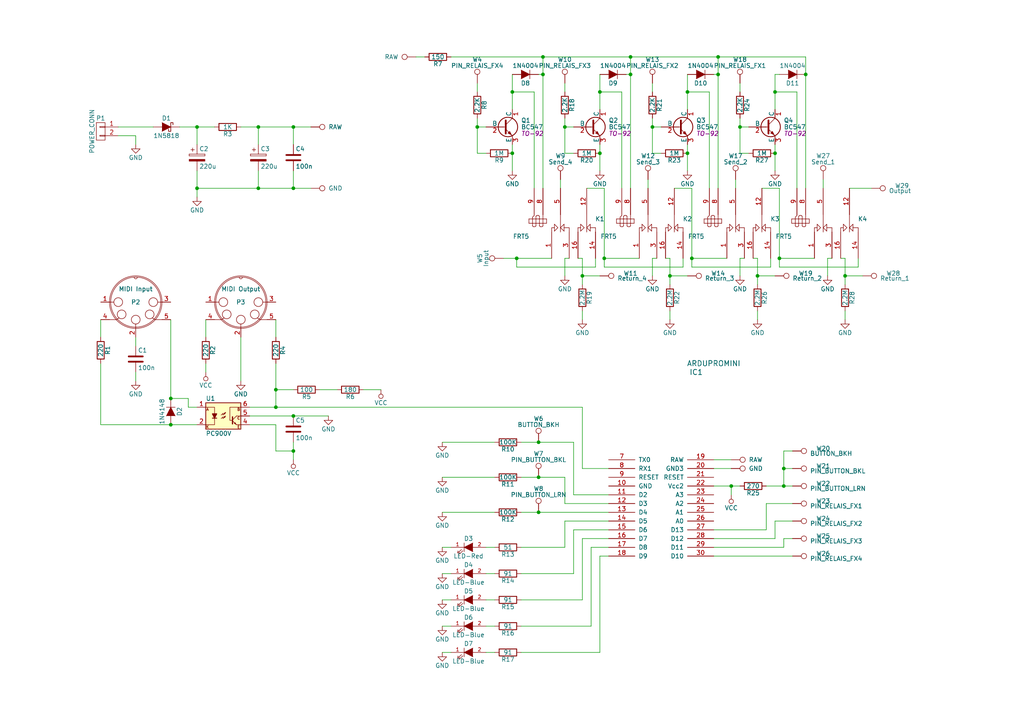
<source format=kicad_sch>
(kicad_sch (version 20230121) (generator eeschema)
  (paper "A4")
  (title_block (title "midiFxLoopExpansion") (date "2016-04-01") (rev "1.1") (company "Christian Neukam") (comment 1 "2023-09-12 (r1.1): rename pins as in software"))
  (lib_symbols
    (symbol "midiextender-rescue:ARDUPROMINI-6" (pin_names (offset 1.016))
      (property "Reference" "uP" (at -5.08 -2.54 0))
      (property "Value" "ARDUPROMINI-6" (at 0 0 0))
      (symbol "ARDUPROMINI-6_1_1"
        (pin unspecified line (at -30.48 -35.56 0) (length 7.62) (name "GND") (number "10"))
        (pin bidirectional line (at -30.48 -38.1 0) (length 7.62) (name "D2") (number "11"))
        (pin bidirectional line (at -30.48 -40.64 0) (length 7.62) (name "D3") (number "12"))
        (pin bidirectional line (at -30.48 -43.18 0) (length 7.62) (name "D4") (number "13"))
        (pin bidirectional line (at -30.48 -45.72 0) (length 7.62) (name "D5") (number "14"))
        (pin bidirectional line (at -30.48 -48.26 0) (length 7.62) (name "D6") (number "15"))
        (pin bidirectional line (at -30.48 -50.8 0) (length 7.62) (name "D7") (number "16"))
        (pin bidirectional line (at -30.48 -53.34 0) (length 7.62) (name "D8") (number "17"))
        (pin bidirectional line (at -30.48 -55.88 0) (length 7.62) (name "D9") (number "18"))
        (pin unspecified line (at 0 -27.94 180) (length 7.62) (name "RAW") (number "19"))
        (pin unspecified line (at 0 -30.48 180) (length 7.62) (name "GND3") (number "20"))
        (pin input line (at 0 -33.02 180) (length 7.62) (name "RESET") (number "21"))
        (pin unspecified line (at 0 -35.56 180) (length 7.62) (name "Vcc2") (number "22"))
        (pin bidirectional line (at 0 -38.1 180) (length 7.62) (name "A3") (number "23"))
        (pin bidirectional line (at 0 -40.64 180) (length 7.62) (name "A2") (number "24"))
        (pin bidirectional line (at 0 -43.18 180) (length 7.62) (name "A1") (number "25"))
        (pin bidirectional line (at 0 -45.72 180) (length 7.62) (name "A0") (number "26"))
        (pin bidirectional line (at 0 -48.26 180) (length 7.62) (name "D13") (number "27"))
        (pin input line (at 0 -50.8 180) (length 7.62) (name "D12") (number "28"))
        (pin bidirectional line (at 0 -53.34 180) (length 7.62) (name "D11") (number "29"))
        (pin bidirectional line (at 0 -55.88 180) (length 7.62) (name "D10") (number "30"))
        (pin bidirectional line (at -30.48 -27.94 0) (length 7.62) (name "TX0") (number "7"))
        (pin bidirectional line (at -30.48 -30.48 0) (length 7.62) (name "RX1") (number "8"))
        (pin input line (at -30.48 -33.02 0) (length 7.62) (name "RESET") (number "9"))
      )
    )
    (symbol "midiextender-rescue:BC547" (pin_names (offset 0))
      (property "Reference" "Q" (at 5.08 1.905 0))
      (property "Value" "BC547" (at 5.08 0 0))
      (property "Footprint" "TO-92" (at 5.08 -1.905 0))
      (symbol "BC547_0_1"
        (polyline (pts (xy 0 0) (xy 0.635 0)))
        (polyline (pts (xy 0.635 0.635) (xy 2.54 2.54)))
        (polyline (pts (xy 0.635 -0.635) (xy 2.54 -2.54) (xy 2.54 -2.54)))
        (polyline (pts (xy 0.635 1.905) (xy 0.635 -1.905) (xy 0.635 -1.905)) (stroke (width 0.508)))
        (polyline (pts (xy 1.27 -1.778) (xy 1.778 -1.27) (xy 2.286 -2.286) (xy 1.27 -1.778) (xy 1.27 -1.778)) (fill (type outline)))
        (circle (center 1.27 0) (radius 2.8194) (stroke (width 0.254)))
      )
      (symbol "BC547_1_1"
        (pin passive line (at 2.54 5.08 270) (length 2.54) (name "C") (number "1"))
        (pin input line (at -5.08 0 0) (length 5.08) (name "B") (number "2"))
        (pin passive line (at 2.54 -5.08 90) (length 2.54) (name "E") (number "3"))
      )
    )
    (symbol "midiextender-rescue:C" (pin_numbers hide) (pin_names (offset 0.254))
      (property "Reference" "C" (at 0.635 2.54 0))
      (property "Value" "C" (at 0.635 -2.54 0))
      (symbol "C_0_1"
        (polyline (pts (xy -2.032 -0.762) (xy 2.032 -0.762)) (stroke (width 0.508)))
        (polyline (pts (xy -2.032 0.762) (xy 2.032 0.762)) (stroke (width 0.508)))
      )
      (symbol "C_1_1"
        (pin passive line (at 0 3.81 270) (length 2.794) (name "~") (number "1"))
        (pin passive line (at 0 -3.81 90) (length 2.794) (name "~") (number "2"))
      )
    )
    (symbol "midiextender-rescue:CONN_01X02" (pin_names (offset 1.016) hide)
      (property "Reference" "P" (at 0 3.81 0))
      (property "Value" "CONN_01X02" (at 2.54 0 90))
      (symbol "CONN_01X02_0_1"
        (rectangle (start -1.27 -1.143) (end 0.254 -1.397))
        (rectangle (start -1.27 1.397) (end 0.254 1.143))
        (rectangle (start -1.27 2.54) (end 1.27 -2.54))
      )
      (symbol "CONN_01X02_1_1"
        (pin passive line (at -5.08 1.27 0) (length 3.81) (name "P1") (number "1"))
        (pin passive line (at -5.08 -1.27 0) (length 3.81) (name "P2") (number "2"))
      )
    )
    (symbol "midiextender-rescue:CP" (pin_numbers hide) (pin_names (offset 0.254))
      (property "Reference" "C" (at 0.635 2.54 0))
      (property "Value" "CP" (at 0.635 -2.54 0))
      (symbol "CP_0_1"
        (rectangle (start -2.286 0.508) (end -2.286 1.016))
        (rectangle (start -2.286 0.508) (end 2.286 0.508))
        (polyline (pts (xy -1.778 2.286) (xy -0.762 2.286)))
        (polyline (pts (xy -1.27 2.794) (xy -1.27 1.778)))
        (rectangle (start 2.286 -0.508) (end -2.286 -1.016) (fill (type outline)))
        (rectangle (start 2.286 1.016) (end -2.286 1.016))
        (rectangle (start 2.286 1.016) (end 2.286 0.508))
      )
      (symbol "CP_1_1"
        (pin passive line (at 0 3.81 270) (length 2.794) (name "~") (number "1"))
        (pin passive line (at 0 -3.81 90) (length 2.794) (name "~") (number "2"))
      )
    )
    (symbol "midiextender-rescue:D" (pin_numbers hide) (pin_names (offset 1.016) hide)
      (property "Reference" "D" (at 0 2.54 0))
      (property "Value" "D" (at 0 -2.54 0))
      (symbol "D_0_1"
        (polyline (pts (xy -1.27 1.27) (xy -1.27 -1.27)) (stroke (width 0.1524)))
        (polyline (pts (xy 1.27 1.27) (xy -1.27 0) (xy 1.27 -1.27)) (fill (type outline)))
      )
      (symbol "D_1_1"
        (pin passive line (at -3.81 0 0) (length 2.54) (name "K") (number "1"))
        (pin passive line (at 3.81 0 180) (length 2.54) (name "A") (number "2"))
      )
    )
    (symbol "midiextender-rescue:DIN_5" (pin_names (offset 1.016) hide)
      (property "Reference" "P" (at 0 0 0))
      (property "Value" "DIN_5" (at 0 -3.81 0))
      (symbol "DIN_5_0_1"
        (circle (center -5.08 0) (radius 1.27))
        (circle (center -4.0894 3.556) (radius 1.27))
        (polyline (pts (xy -7.62 5.08) (xy -5.588 5.08)))
        (polyline (pts (xy -6.35 0) (xy -7.62 0)))
        (polyline (pts (xy -5.588 5.08) (xy -4.826 4.572)))
        (polyline (pts (xy 0 6.35) (xy 0 7.62)))
        (polyline (pts (xy 5.5626 5.08) (xy 4.826 4.572)))
        (polyline (pts (xy 6.35 0) (xy 7.62 0)))
        (polyline (pts (xy 7.62 5.08) (xy 5.5626 5.08)))
        (circle (center 0 0) (radius 7.2644))
        (circle (center 0 0) (radius 7.62))
        (circle (center 0 5.08) (radius 1.27))
        (arc (start 0.4572 -7.2136) (mid 0 -6.7583) (end -0.4572 -7.2136))
        (circle (center 4.0386 3.556) (radius 1.27))
        (circle (center 5.08 0) (radius 1.27))
      )
      (symbol "DIN_5_1_1"
        (pin passive line (at -10.16 0 0) (length 2.54) (name "1") (number "1"))
        (pin passive line (at 0 10.16 270) (length 2.54) (name "2") (number "2"))
        (pin passive line (at 10.16 0 180) (length 2.54) (name "3") (number "3"))
        (pin passive line (at -10.16 5.08 0) (length 2.54) (name "4") (number "4"))
        (pin passive line (at 10.16 5.08 180) (length 2.54) (name "5") (number "5"))
      )
    )
    (symbol "midiextender-rescue:D_Schottky" (pin_numbers hide) (pin_names (offset 1.016) hide)
      (property "Reference" "D" (at 0 2.54 0))
      (property "Value" "D_Schottky" (at 0 -2.54 0))
      (symbol "D_Schottky_0_1"
        (polyline (pts (xy 1.27 1.27) (xy -1.27 0) (xy 1.27 -1.27)) (fill (type outline)))
        (polyline (pts (xy -1.905 0.635) (xy -1.905 1.27) (xy -1.27 1.27) (xy -1.27 -1.27) (xy -0.635 -1.27) (xy -0.635 -0.635)) (stroke (width 0.2032)))
      )
      (symbol "D_Schottky_1_1"
        (pin passive line (at -3.81 0 0) (length 2.54) (name "K") (number "1"))
        (pin passive line (at 3.81 0 180) (length 2.54) (name "A") (number "2"))
      )
    )
    (symbol "midiextender-rescue:GND" (power) (pin_names (offset 0))
      (property "Value" "GND" (at 0 -3.81 0))
      (symbol "GND_0_1"
        (polyline (pts (xy 0 0) (xy 0 -1.27) (xy 1.27 -1.27) (xy 0 -2.54) (xy -1.27 -1.27) (xy 0 -1.27)))
      )
      (symbol "GND_1_1"
        (pin power_in line (at 0 0 270) (length 0) hide (name "GND") (number "1"))
      )
    )
    (symbol "midiextender-rescue:LED" (pin_names (offset 1.016) hide)
      (property "Reference" "D" (at 0 2.54 0))
      (property "Value" "LED" (at 0 -2.54 0))
      (symbol "LED_0_1"
        (polyline (pts (xy -1.27 1.27) (xy -1.27 -1.27)))
        (polyline (pts (xy -2.032 -0.635) (xy -3.175 -1.651) (xy -3.048 -1.016)))
        (polyline (pts (xy -1.651 -1.016) (xy -2.794 -2.032) (xy -2.667 -1.397)))
        (polyline (pts (xy 1.27 1.27) (xy -1.27 0) (xy 1.27 -1.27)) (fill (type outline)))
      )
      (symbol "LED_1_1"
        (pin passive line (at -5.08 0 0) (length 3.81) (name "K") (number "1"))
        (pin passive line (at 5.08 0 180) (length 3.81) (name "A") (number "2"))
      )
    )
    (symbol "midiextender-rescue:OPTO-TRANSISTOR" (pin_names (offset 1.016))
      (property "Reference" "U" (at -5.08 5.08 0))
      (property "Value" "OPTO-TRANSISTOR" (at -5.08 -5.08 0))
      (symbol "OPTO-TRANSISTOR_0_0"
        (text "A" (at -4.572 1.905 0) (effects (font (size 0.762 0.762))))
        (text "B" (at 4.445 1.905 0) (effects (font (size 0.762 0.762))))
        (text "C" (at 4.445 -0.635 0) (effects (font (size 0.762 0.762))))
        (text "E" (at 4.445 -3.175 0) (effects (font (size 0.762 0.762))))
        (text "K" (at -4.572 -3.175 0) (effects (font (size 0.762 0.762))))
      )
      (symbol "OPTO-TRANSISTOR_0_1"
        (rectangle (start -5.08 3.81) (end 5.08 -3.81) (stroke (width 0.254)) (fill (type background)))
        (polyline (pts (xy -3.175 -0.635) (xy -1.905 -0.635)) (stroke (width 0.254)))
        (polyline (pts (xy 2.667 -1.397) (xy 3.81 -2.54)))
        (polyline (pts (xy 2.667 -1.143) (xy 3.81 0)))
        (polyline (pts (xy 3.81 -2.54) (xy 5.08 -2.54)))
        (polyline (pts (xy 3.81 0) (xy 5.08 0)))
        (polyline (pts (xy 2.667 -0.254) (xy 2.667 -2.286) (xy 2.667 -2.286)) (stroke (width 0.3556)))
        (polyline (pts (xy -5.08 -2.54) (xy -2.54 -2.54) (xy -2.54 2.54) (xy -5.08 2.54)))
        (polyline (pts (xy -2.54 -0.635) (xy -3.175 0.635) (xy -1.905 0.635) (xy -2.54 -0.635)) (stroke (width 0.254)) (fill (type outline)))
        (polyline (pts (xy -0.635 0.254) (xy -0.1016 0.762) (xy -0.1016 0.254) (xy 0.6604 1.016)))
        (polyline (pts (xy 0.6604 1.016) (xy 0.1524 0.762) (xy 0.4064 0.508) (xy 0.6604 1.016)))
        (polyline (pts (xy 3.683 -2.413) (xy 3.429 -1.905) (xy 3.175 -2.159) (xy 3.683 -2.413)))
        (polyline (pts (xy 5.08 2.54) (xy 1.905 2.54) (xy 1.905 -1.27) (xy 2.54 -1.27)))
        (polyline (pts (xy -0.635 -0.762) (xy -0.1016 -0.254) (xy -0.1016 -0.762) (xy 0.6604 0) (xy 0.1524 -0.254) (xy 0.4064 -0.508) (xy 0.6604 0)))
      )
      (symbol "OPTO-TRANSISTOR_1_1"
        (pin passive line (at -7.62 2.54 0) (length 2.54) (name "~") (number "1"))
        (pin passive line (at -7.62 -2.54 0) (length 2.54) (name "~") (number "2"))
        (pin passive line (at 7.62 -2.54 180) (length 2.54) (name "~") (number "4"))
        (pin passive line (at 7.62 0 180) (length 2.54) (name "~") (number "5"))
        (pin passive line (at 7.62 2.54 180) (length 2.54) (name "~") (number "6"))
      )
    )
    (symbol "midiextender-rescue:R" (pin_numbers hide) (pin_names (offset 0))
      (property "Reference" "R" (at 2.032 0 90))
      (property "Value" "R" (at 0 0 90))
      (symbol "R_0_1"
        (rectangle (start -1.016 -2.54) (end 1.016 2.54) (stroke (width 0.254)))
      )
      (symbol "R_1_1"
        (pin passive line (at 0 3.81 270) (length 1.27) (name "~") (number "1"))
        (pin passive line (at 0 -3.81 90) (length 1.27) (name "~") (number "2"))
      )
    )
    (symbol "midiextender-rescue:RELAY_2RT" (pin_names (offset 1.016) hide)
      (property "Reference" "K" (at -1.27 10.16 0))
      (property "Value" "RELAY_2RT" (at 3.81 -12.7 0))
      (symbol "RELAY_2RT_0_1"
        (polyline (pts (xy -2.54 -8.89) (xy -2.286 -8.89)))
        (polyline (pts (xy -2.54 -6.35) (xy -1.27 -6.35)))
        (polyline (pts (xy -2.54 -1.27) (xy 1.27 -1.27)))
        (polyline (pts (xy -2.286 -8.89) (xy -1.778 -9.3726)))
        (polyline (pts (xy -2.286 -8.1026) (xy -2.286 -7.62)))
        (polyline (pts (xy -2.032 -8.382) (xy -2.286 -8.1026)))
        (polyline (pts (xy -2.032 -7.366) (xy -2.286 -7.62)))
        (polyline (pts (xy -1.778 -9.3726) (xy -1.27 -9.3726)))
        (polyline (pts (xy -1.27 -10.414) (xy -1.27 -5.3086)))
        (polyline (pts (xy -1.27 -8.382) (xy -2.032 -8.382)))
        (polyline (pts (xy -1.27 -8.382) (xy 0 -8.382)))
        (polyline (pts (xy -1.27 -7.366) (xy -2.032 -7.366)))
        (polyline (pts (xy -1.27 -6.35) (xy 0 -6.35)))
        (polyline (pts (xy -1.27 -5.3086) (xy 0 -5.3086)))
        (polyline (pts (xy 0 -10.414) (xy -1.27 -10.414)))
        (polyline (pts (xy 0 -9.3726) (xy -1.27 -9.3726)))
        (polyline (pts (xy 0 -9.3726) (xy 0.7366 -9.3726)))
        (polyline (pts (xy 0 -8.382) (xy 0.7366 -8.382)))
        (polyline (pts (xy 0 -7.366) (xy -1.27 -7.366)))
        (polyline (pts (xy 0 -7.366) (xy 0.7366 -7.366)))
        (polyline (pts (xy 0 -6.35) (xy 0.7366 -6.35)))
        (polyline (pts (xy 0 -5.3086) (xy 0 -10.414)))
        (polyline (pts (xy 0.254 -3.0226) (xy 2.2606 -3.0226)))
        (polyline (pts (xy 0.254 -0.2286) (xy 2.2606 -0.2286)))
        (polyline (pts (xy 0.254 4.572) (xy 1.27 5.6134)))
        (polyline (pts (xy 0.254 7.366) (xy 0.9906 7.366)))
        (polyline (pts (xy 0.7366 -9.3726) (xy 0.9906 -9.144)))
        (polyline (pts (xy 0.7366 -8.382) (xy 0.9906 -8.636)))
        (polyline (pts (xy 0.7366 -7.366) (xy 0.9906 -7.112)))
        (polyline (pts (xy 0.7366 -6.35) (xy 0.9906 -6.5786)))
        (polyline (pts (xy 0.9906 -9.144) (xy 0.9906 -8.636)))
        (polyline (pts (xy 0.9906 -6.5786) (xy 0.9906 -7.112)))
        (polyline (pts (xy 0.9906 6.6294) (xy 0.254 7.366)))
        (polyline (pts (xy 0.9906 6.6294) (xy 1.27 6.35)))
        (polyline (pts (xy 0.9906 7.366) (xy 2.2606 7.366)))
        (polyline (pts (xy 1.27 -3.81) (xy 1.27 -3.302)))
        (polyline (pts (xy 1.27 -3.302) (xy 1.27 -3.0226)))
        (polyline (pts (xy 1.27 -2.032) (xy 0.254 -3.0226)))
        (polyline (pts (xy 1.27 -1.27) (xy 0.254 -0.2286)))
        (polyline (pts (xy 1.27 -1.27) (xy 2.54 -1.27)))
        (polyline (pts (xy 1.27 1.27) (xy 1.27 -0.2286)))
        (polyline (pts (xy 1.27 1.27) (xy 2.54 1.27)))
        (polyline (pts (xy 1.27 3.81) (xy 1.27 4.572)))
        (polyline (pts (xy 1.27 3.81) (xy 2.54 3.81)))
        (polyline (pts (xy 1.27 5.6134) (xy 2.2606 4.572)))
        (polyline (pts (xy 1.27 6.35) (xy -2.54 6.35)))
        (polyline (pts (xy 1.27 6.35) (xy 1.524 6.35)))
        (polyline (pts (xy 1.27 8.89) (xy 1.27 7.366)))
        (polyline (pts (xy 1.27 8.89) (xy 2.54 8.89)))
        (polyline (pts (xy 1.524 6.35) (xy 2.54 6.35)))
        (polyline (pts (xy 2.2606 -3.0226) (xy 1.27 -2.032)))
        (polyline (pts (xy 2.2606 -0.2286) (xy 1.27 -1.27)))
        (polyline (pts (xy 2.2606 4.572) (xy 0.254 4.572)))
        (polyline (pts (xy 2.2606 7.366) (xy 1.27 6.35)))
        (polyline (pts (xy 2.54 -3.81) (xy 1.27 -3.81)))
      )
      (symbol "RELAY_2RT_1_1"
        (pin passive line (at 10.16 -3.81 180) (length 7.62) (name "T1") (number "1"))
        (pin passive line (at -10.16 6.35 0) (length 7.62) (name "C2") (number "12"))
        (pin passive line (at 10.16 8.89 180) (length 7.62) (name "R2") (number "14"))
        (pin passive line (at 10.16 3.81 180) (length 7.62) (name "T2") (number "16"))
        (pin passive line (at 10.16 1.27 180) (length 7.62) (name "R1") (number "3"))
        (pin passive line (at -10.16 -1.27 0) (length 7.62) (name "C1") (number "5"))
        (pin input line (at -10.16 -6.35 0) (length 7.62) (name "8") (number "8"))
        (pin input line (at -10.16 -8.89 0) (length 7.62) (name "9") (number "9"))
      )
    )
    (symbol "midiextender-rescue:TEST_1P" (pin_numbers hide) (pin_names (offset 0.762) hide)
      (property "Reference" "W" (at 0 6.858 0))
      (property "Value" "TEST_1P" (at 0 5.08 0))
      (symbol "TEST_1P_0_1"
        (circle (center 0 3.302) (radius 0.762))
      )
      (symbol "TEST_1P_1_1"
        (pin passive line (at 0 0 90) (length 2.54) (name "1") (number "1"))
      )
    )
    (symbol "midiextender-rescue:VCC" (power) (pin_names (offset 0))
      (property "Value" "VCC" (at 0 3.81 0))
      (symbol "VCC_0_1"
        (polyline (pts (xy 0 0) (xy 0 1.27)))
        (circle (center 0 1.905) (radius 0.635))
      )
      (symbol "VCC_1_1"
        (pin power_in line (at 0 0 90) (length 0) hide (name "VCC") (number "1"))
      )
    )
  )
  (junction (at 57.15 54.61))
  (junction (at 199.39 26.67))
  (junction (at 208.28 16.51))
  (junction (at 182.88 16.51))
  (junction (at 85.09 54.61))
  (junction (at 49.53 115.57))
  (junction (at 175.26 74.93))
  (junction (at 138.43 36.83))
  (junction (at 173.99 26.67))
  (junction (at 200.66 74.93))
  (junction (at 214.63 36.83))
  (junction (at 194.31 80.01))
  (junction (at 173.99 44.45))
  (junction (at 226.06 74.93))
  (junction (at 80.01 118.11))
  (junction (at 189.23 36.83))
  (junction (at 224.79 26.67))
  (junction (at 74.93 36.83))
  (junction (at 219.71 80.01))
  (junction (at 80.01 113.03))
  (junction (at 163.83 36.83))
  (junction (at 199.39 44.45))
  (junction (at 208.28 21.59))
  (junction (at 227.33 135.89))
  (junction (at 156.21 128.27))
  (junction (at 233.68 21.59))
  (junction (at 168.91 80.01))
  (junction (at 85.09 130.81))
  (junction (at 182.88 21.59))
  (junction (at 227.33 140.97))
  (junction (at 149.86 74.93))
  (junction (at 157.48 21.59))
  (junction (at 148.59 26.67))
  (junction (at 212.09 140.97))
  (junction (at 49.53 123.19))
  (junction (at 85.09 120.65))
  (junction (at 57.15 36.83))
  (junction (at 156.21 138.43))
  (junction (at 224.79 44.45))
  (junction (at 156.21 148.59))
  (junction (at 157.48 16.51))
  (junction (at 85.09 36.83))
  (junction (at 148.59 44.45))
  (junction (at 74.93 54.61))
  (junction (at 245.11 80.01))
  (wire (pts (xy 226.06 77.47) (xy 248.92 77.47)))
  (wire (pts (xy 245.11 74.93) (xy 245.11 80.01)))
  (wire (pts (xy 143.51 148.59) (xy 128.27 148.59)))
  (wire (pts (xy 173.99 189.23) (xy 151.13 189.23)))
  (wire (pts (xy 163.83 74.93) (xy 163.83 80.01)))
  (wire (pts (xy 243.84 74.93) (xy 245.11 74.93)))
  (wire (pts (xy 39.37 107.95) (xy 39.37 110.49)))
  (wire (pts (xy 151.13 148.59) (xy 156.21 148.59)))
  (wire (pts (xy 207.01 135.89) (xy 212.09 135.89)))
  (wire (pts (xy 72.39 118.11) (xy 80.01 118.11)))
  (wire (pts (xy 227.33 130.81) (xy 229.87 130.81)))
  (wire (pts (xy 140.97 158.75) (xy 143.51 158.75)))
  (wire (pts (xy 49.53 92.71) (xy 49.53 115.57)))
  (wire (pts (xy 207.01 133.35) (xy 212.09 133.35)))
  (wire (pts (xy 194.31 74.93) (xy 194.31 80.01)))
  (wire (pts (xy 189.23 44.45) (xy 191.77 44.45)))
  (wire (pts (xy 80.01 92.71) (xy 80.01 97.79)))
  (wire (pts (xy 175.26 74.93) (xy 185.42 74.93)))
  (wire (pts (xy 163.83 36.83) (xy 163.83 44.45)))
  (wire (pts (xy 163.83 24.13) (xy 163.83 26.67)))
  (wire (pts (xy 214.63 74.93) (xy 214.63 80.01)))
  (wire (pts (xy 92.71 113.03) (xy 97.79 113.03)))
  (wire (pts (xy 80.01 113.03) (xy 80.01 118.11)))
  (wire (pts (xy 224.79 26.67) (xy 224.79 31.75)))
  (wire (pts (xy 189.23 36.83) (xy 191.77 36.83)))
  (wire (pts (xy 166.37 143.51) (xy 176.53 143.51)))
  (wire (pts (xy 233.68 16.51) (xy 233.68 21.59)))
  (wire (pts (xy 29.21 123.19) (xy 49.53 123.19)))
  (wire (pts (xy 130.81 16.51) (xy 157.48 16.51)))
  (wire (pts (xy 138.43 24.13) (xy 138.43 26.67)))
  (wire (pts (xy 156.21 138.43) (xy 163.83 138.43)))
  (wire (pts (xy 224.79 151.13) (xy 224.79 156.21)))
  (wire (pts (xy 57.15 49.53) (xy 57.15 54.61)))
  (wire (pts (xy 146.05 74.93) (xy 149.86 74.93)))
  (wire (pts (xy 215.9 74.93) (xy 214.63 74.93)))
  (wire (pts (xy 222.25 140.97) (xy 227.33 140.97)))
  (wire (pts (xy 74.93 54.61) (xy 74.93 49.53)))
  (wire (pts (xy 200.66 74.93) (xy 200.66 77.47)))
  (wire (pts (xy 39.37 39.37) (xy 39.37 41.91)))
  (wire (pts (xy 157.48 21.59) (xy 157.48 54.61)))
  (wire (pts (xy 227.33 135.89) (xy 229.87 135.89)))
  (wire (pts (xy 194.31 80.01) (xy 194.31 82.55)))
  (wire (pts (xy 222.25 146.05) (xy 222.25 153.67)))
  (wire (pts (xy 39.37 97.79) (xy 39.37 100.33)))
  (wire (pts (xy 105.41 113.03) (xy 110.49 113.03)))
  (wire (pts (xy 72.39 123.19) (xy 80.01 123.19)))
  (wire (pts (xy 140.97 166.37) (xy 143.51 166.37)))
  (wire (pts (xy 57.15 54.61) (xy 57.15 57.15)))
  (wire (pts (xy 208.28 16.51) (xy 208.28 21.59)))
  (wire (pts (xy 168.91 74.93) (xy 168.91 80.01)))
  (wire (pts (xy 208.28 21.59) (xy 208.28 54.61)))
  (wire (pts (xy 54.61 115.57) (xy 54.61 118.11)))
  (wire (pts (xy 212.09 143.51) (xy 212.09 140.97)))
  (wire (pts (xy 208.28 16.51) (xy 233.68 16.51)))
  (wire (pts (xy 80.01 123.19) (xy 80.01 130.81)))
  (wire (pts (xy 180.34 26.67) (xy 180.34 54.61)))
  (wire (pts (xy 224.79 156.21) (xy 207.01 156.21)))
  (wire (pts (xy 165.1 74.93) (xy 163.83 74.93)))
  (wire (pts (xy 182.88 21.59) (xy 182.88 54.61)))
  (wire (pts (xy 231.14 26.67) (xy 231.14 54.61)))
  (wire (pts (xy 49.53 115.57) (xy 54.61 115.57)))
  (wire (pts (xy 173.99 41.91) (xy 173.99 44.45)))
  (wire (pts (xy 80.01 105.41) (xy 80.01 113.03)))
  (wire (pts (xy 224.79 21.59) (xy 224.79 26.67)))
  (wire (pts (xy 140.97 181.61) (xy 143.51 181.61)))
  (wire (pts (xy 170.18 54.61) (xy 175.26 54.61)))
  (wire (pts (xy 29.21 92.71) (xy 29.21 97.79)))
  (wire (pts (xy 227.33 130.81) (xy 227.33 135.89)))
  (wire (pts (xy 187.96 52.07) (xy 187.96 54.61)))
  (wire (pts (xy 140.97 173.99) (xy 143.51 173.99)))
  (wire (pts (xy 233.68 21.59) (xy 233.68 54.61)))
  (wire (pts (xy 34.29 36.83) (xy 44.45 36.83)))
  (wire (pts (xy 128.27 173.99) (xy 130.81 173.99)))
  (wire (pts (xy 162.56 52.07) (xy 162.56 54.61)))
  (wire (pts (xy 166.37 128.27) (xy 166.37 143.51)))
  (wire (pts (xy 181.61 21.59) (xy 182.88 21.59)))
  (wire (pts (xy 85.09 130.81) (xy 85.09 133.35)))
  (wire (pts (xy 227.33 135.89) (xy 227.33 140.97)))
  (wire (pts (xy 213.36 52.07) (xy 213.36 54.61)))
  (wire (pts (xy 223.52 77.47) (xy 223.52 74.93)))
  (wire (pts (xy 229.87 161.29) (xy 207.01 161.29)))
  (wire (pts (xy 224.79 26.67) (xy 231.14 26.67)))
  (wire (pts (xy 175.26 77.47) (xy 198.12 77.47)))
  (wire (pts (xy 166.37 166.37) (xy 151.13 166.37)))
  (wire (pts (xy 238.76 52.07) (xy 238.76 54.61)))
  (wire (pts (xy 148.59 21.59) (xy 148.59 26.67)))
  (wire (pts (xy 166.37 153.67) (xy 176.53 153.67)))
  (wire (pts (xy 224.79 44.45) (xy 224.79 49.53)))
  (wire (pts (xy 128.27 189.23) (xy 130.81 189.23)))
  (wire (pts (xy 173.99 26.67) (xy 173.99 31.75)))
  (wire (pts (xy 200.66 74.93) (xy 210.82 74.93)))
  (wire (pts (xy 80.01 113.03) (xy 85.09 113.03)))
  (wire (pts (xy 128.27 158.75) (xy 130.81 158.75)))
  (wire (pts (xy 246.38 54.61) (xy 252.73 54.61)))
  (wire (pts (xy 167.64 74.93) (xy 168.91 74.93)))
  (wire (pts (xy 171.45 181.61) (xy 151.13 181.61)))
  (wire (pts (xy 226.06 54.61) (xy 226.06 74.93)))
  (wire (pts (xy 138.43 44.45) (xy 140.97 44.45)))
  (wire (pts (xy 245.11 80.01) (xy 250.19 80.01)))
  (wire (pts (xy 149.86 77.47) (xy 172.72 77.47)))
  (wire (pts (xy 182.88 16.51) (xy 182.88 21.59)))
  (wire (pts (xy 166.37 166.37) (xy 166.37 153.67)))
  (wire (pts (xy 214.63 34.29) (xy 214.63 36.83)))
  (wire (pts (xy 148.59 26.67) (xy 148.59 31.75)))
  (wire (pts (xy 85.09 54.61) (xy 90.17 54.61)))
  (wire (pts (xy 149.86 74.93) (xy 149.86 77.47)))
  (wire (pts (xy 163.83 34.29) (xy 163.83 36.83)))
  (wire (pts (xy 199.39 41.91) (xy 199.39 44.45)))
  (wire (pts (xy 85.09 41.91) (xy 85.09 36.83)))
  (wire (pts (xy 74.93 54.61) (xy 85.09 54.61)))
  (wire (pts (xy 168.91 118.11) (xy 168.91 135.89)))
  (wire (pts (xy 173.99 161.29) (xy 176.53 161.29)))
  (wire (pts (xy 168.91 90.17) (xy 168.91 92.71)))
  (wire (pts (xy 220.98 54.61) (xy 226.06 54.61)))
  (wire (pts (xy 168.91 156.21) (xy 176.53 156.21)))
  (wire (pts (xy 85.09 120.65) (xy 95.25 120.65)))
  (wire (pts (xy 193.04 74.93) (xy 194.31 74.93)))
  (wire (pts (xy 140.97 189.23) (xy 143.51 189.23)))
  (wire (pts (xy 148.59 44.45) (xy 148.59 49.53)))
  (wire (pts (xy 175.26 74.93) (xy 175.26 77.47)))
  (wire (pts (xy 226.06 21.59) (xy 224.79 21.59)))
  (wire (pts (xy 199.39 26.67) (xy 205.74 26.67)))
  (wire (pts (xy 163.83 138.43) (xy 163.83 146.05)))
  (wire (pts (xy 219.71 80.01) (xy 219.71 82.55)))
  (wire (pts (xy 214.63 24.13) (xy 214.63 26.67)))
  (wire (pts (xy 128.27 166.37) (xy 130.81 166.37)))
  (wire (pts (xy 199.39 21.59) (xy 199.39 26.67)))
  (wire (pts (xy 207.01 21.59) (xy 208.28 21.59)))
  (wire (pts (xy 34.29 39.37) (xy 39.37 39.37)))
  (wire (pts (xy 80.01 118.11) (xy 168.91 118.11)))
  (wire (pts (xy 168.91 173.99) (xy 151.13 173.99)))
  (wire (pts (xy 198.12 77.47) (xy 198.12 74.93)))
  (wire (pts (xy 240.03 74.93) (xy 240.03 80.01)))
  (wire (pts (xy 69.85 97.79) (xy 69.85 110.49)))
  (wire (pts (xy 128.27 181.61) (xy 130.81 181.61)))
  (wire (pts (xy 85.09 128.27) (xy 85.09 130.81)))
  (wire (pts (xy 85.09 54.61) (xy 85.09 49.53)))
  (wire (pts (xy 229.87 146.05) (xy 222.25 146.05)))
  (wire (pts (xy 205.74 26.67) (xy 205.74 54.61)))
  (wire (pts (xy 229.87 156.21) (xy 227.33 156.21)))
  (wire (pts (xy 189.23 36.83) (xy 189.23 44.45)))
  (wire (pts (xy 200.66 54.61) (xy 200.66 74.93)))
  (wire (pts (xy 52.07 36.83) (xy 57.15 36.83)))
  (wire (pts (xy 156.21 148.59) (xy 176.53 148.59)))
  (wire (pts (xy 214.63 44.45) (xy 217.17 44.45)))
  (wire (pts (xy 59.69 105.41) (xy 59.69 107.95)))
  (wire (pts (xy 163.83 36.83) (xy 166.37 36.83)))
  (wire (pts (xy 189.23 34.29) (xy 189.23 36.83)))
  (wire (pts (xy 29.21 105.41) (xy 29.21 123.19)))
  (wire (pts (xy 57.15 36.83) (xy 62.23 36.83)))
  (wire (pts (xy 226.06 74.93) (xy 226.06 77.47)))
  (wire (pts (xy 189.23 74.93) (xy 189.23 80.01)))
  (wire (pts (xy 57.15 54.61) (xy 74.93 54.61)))
  (wire (pts (xy 219.71 80.01) (xy 224.79 80.01)))
  (wire (pts (xy 143.51 128.27) (xy 128.27 128.27)))
  (wire (pts (xy 163.83 44.45) (xy 166.37 44.45)))
  (wire (pts (xy 151.13 128.27) (xy 156.21 128.27)))
  (wire (pts (xy 173.99 189.23) (xy 173.99 161.29)))
  (wire (pts (xy 74.93 36.83) (xy 85.09 36.83)))
  (wire (pts (xy 163.83 146.05) (xy 176.53 146.05)))
  (wire (pts (xy 229.87 151.13) (xy 224.79 151.13)))
  (wire (pts (xy 173.99 44.45) (xy 173.99 49.53)))
  (wire (pts (xy 148.59 26.67) (xy 154.94 26.67)))
  (wire (pts (xy 57.15 36.83) (xy 57.15 41.91)))
  (wire (pts (xy 80.01 130.81) (xy 85.09 130.81)))
  (wire (pts (xy 226.06 74.93) (xy 236.22 74.93)))
  (wire (pts (xy 54.61 118.11) (xy 57.15 118.11)))
  (wire (pts (xy 149.86 74.93) (xy 160.02 74.93)))
  (wire (pts (xy 219.71 74.93) (xy 219.71 80.01)))
  (wire (pts (xy 163.83 158.75) (xy 163.83 151.13)))
  (wire (pts (xy 143.51 138.43) (xy 128.27 138.43)))
  (wire (pts (xy 200.66 77.47) (xy 223.52 77.47)))
  (wire (pts (xy 163.83 151.13) (xy 176.53 151.13)))
  (wire (pts (xy 168.91 80.01) (xy 168.91 82.55)))
  (wire (pts (xy 241.3 74.93) (xy 240.03 74.93)))
  (wire (pts (xy 218.44 74.93) (xy 219.71 74.93)))
  (wire (pts (xy 69.85 36.83) (xy 74.93 36.83)))
  (wire (pts (xy 168.91 135.89) (xy 176.53 135.89)))
  (wire (pts (xy 194.31 90.17) (xy 194.31 92.71)))
  (wire (pts (xy 224.79 41.91) (xy 224.79 44.45)))
  (wire (pts (xy 72.39 120.65) (xy 85.09 120.65)))
  (wire (pts (xy 245.11 90.17) (xy 245.11 92.71)))
  (wire (pts (xy 168.91 80.01) (xy 173.99 80.01)))
  (wire (pts (xy 214.63 36.83) (xy 217.17 36.83)))
  (wire (pts (xy 227.33 156.21) (xy 227.33 158.75)))
  (wire (pts (xy 248.92 77.47) (xy 248.92 74.93)))
  (wire (pts (xy 214.63 36.83) (xy 214.63 44.45)))
  (wire (pts (xy 138.43 34.29) (xy 138.43 36.83)))
  (wire (pts (xy 199.39 26.67) (xy 199.39 31.75)))
  (wire (pts (xy 171.45 181.61) (xy 171.45 158.75)))
  (wire (pts (xy 157.48 16.51) (xy 182.88 16.51)))
  (wire (pts (xy 138.43 36.83) (xy 138.43 44.45)))
  (wire (pts (xy 74.93 36.83) (xy 74.93 41.91)))
  (wire (pts (xy 154.94 26.67) (xy 154.94 54.61)))
  (wire (pts (xy 189.23 24.13) (xy 189.23 26.67)))
  (wire (pts (xy 222.25 153.67) (xy 207.01 153.67)))
  (wire (pts (xy 120.65 16.51) (xy 123.19 16.51)))
  (wire (pts (xy 227.33 158.75) (xy 207.01 158.75)))
  (wire (pts (xy 85.09 36.83) (xy 90.17 36.83)))
  (wire (pts (xy 227.33 140.97) (xy 229.87 140.97)))
  (wire (pts (xy 156.21 21.59) (xy 157.48 21.59)))
  (wire (pts (xy 190.5 74.93) (xy 189.23 74.93)))
  (wire (pts (xy 173.99 21.59) (xy 173.99 26.67)))
  (wire (pts (xy 219.71 90.17) (xy 219.71 92.71)))
  (wire (pts (xy 138.43 36.83) (xy 140.97 36.83)))
  (wire (pts (xy 195.58 54.61) (xy 200.66 54.61)))
  (wire (pts (xy 156.21 128.27) (xy 166.37 128.27)))
  (wire (pts (xy 212.09 140.97) (xy 214.63 140.97)))
  (wire (pts (xy 207.01 140.97) (xy 212.09 140.97)))
  (wire (pts (xy 245.11 80.01) (xy 245.11 82.55)))
  (wire (pts (xy 175.26 54.61) (xy 175.26 74.93)))
  (wire (pts (xy 194.31 80.01) (xy 199.39 80.01)))
  (wire (pts (xy 172.72 77.47) (xy 172.72 74.93)))
  (wire (pts (xy 59.69 92.71) (xy 59.69 97.79)))
  (wire (pts (xy 168.91 173.99) (xy 168.91 156.21)))
  (wire (pts (xy 148.59 41.91) (xy 148.59 44.45)))
  (wire (pts (xy 199.39 44.45) (xy 199.39 49.53)))
  (wire (pts (xy 171.45 158.75) (xy 176.53 158.75)))
  (wire (pts (xy 182.88 16.51) (xy 208.28 16.51)))
  (wire (pts (xy 157.48 16.51) (xy 157.48 21.59)))
  (wire (pts (xy 151.13 138.43) (xy 156.21 138.43)))
  (wire (pts (xy 49.53 123.19) (xy 57.15 123.19)))
  (wire (pts (xy 173.99 26.67) (xy 180.34 26.67)))
  (wire (pts (xy 151.13 158.75) (xy 163.83 158.75)))
  (symbol (lib_id "midiextender-rescue:D") (at 152.4 21.59 180) (unit 1)
    (property "Reference" "D8" (at 152.4 24.13 0))
    (property "Value" "1N4004" (at 152.4 19.05 0))
  )
  (symbol (lib_id "midiextender-rescue:R") (at 144.78 44.45 270) (unit 1)
    (property "Reference" "R9" (at 144.78 46.482 90))
    (property "Value" "1M" (at 144.78 44.45 90))
  )
  (symbol (lib_id "midiextender-rescue:GND") (at 128.27 181.61 0) (unit 1)
    (property "Reference" "#PWR015" (effects hide))
    (property "Value" "GND" (at 128.27 185.42 0))
  )
  (symbol (lib_id "midiextender-rescue:DIN_5") (at 39.37 87.63 0) (mirror x) (unit 1)
    (property "Reference" "P2" (at 39.37 87.63 0))
    (property "Value" "MIDI Input" (at 39.37 83.82 0))
  )
  (symbol (lib_id "midiextender-rescue:RELAY_2RT") (at 189.23 64.77 270) (unit 1)
    (property "Reference" "K2" (at 199.39 63.5 90))
    (property "Value" "FRT5" (at 176.53 68.58 90))
  )
  (symbol (lib_id "midiextender-rescue:TEST_1P") (at 238.76 52.07 0) (unit 1)
    (property "Reference" "W27" (at 238.76 45.212 0))
    (property "Value" "Send_1" (at 238.76 46.99 0))
  )
  (symbol (lib_id "midiextender-rescue:TEST_1P") (at 250.19 80.01 270) (unit 1)
    (property "Reference" "W28" (at 257.048 80.01 90) (effects (justify left bottom)))
    (property "Value" "Return_1" (at 255.27 80.01 90) (effects (justify left top)))
  )
  (symbol (lib_id "midiextender-rescue:R") (at 219.71 86.36 0) (unit 1)
    (property "Reference" "R26" (at 221.742 86.36 90))
    (property "Value" "2.2M" (at 219.71 86.36 90))
  )
  (symbol (lib_id "midiextender-rescue:TEST_1P") (at 90.17 54.61 270) (unit 1)
    (property "Reference" "W2" (effects hide))
    (property "Value" "GND" (at 95.25 54.61 90) (effects (justify left)))
  )
  (symbol (lib_id "midiextender-rescue:D") (at 177.8 21.59 180) (unit 1)
    (property "Reference" "D9" (at 177.8 24.13 0))
    (property "Value" "1N4004" (at 177.8 19.05 0))
  )
  (symbol (lib_id "midiextender-rescue:GND") (at 224.79 49.53 0) (unit 1)
    (property "Reference" "#PWR027" (effects hide))
    (property "Value" "GND" (at 224.79 53.34 0))
  )
  (symbol (lib_id "midiextender-rescue:R") (at 147.32 148.59 270) (unit 1)
    (property "Reference" "R12" (at 147.32 150.622 90))
    (property "Value" "100K" (at 147.32 148.59 90))
  )
  (symbol (lib_id "midiextender-rescue:D") (at 49.53 119.38 270) (unit 1)
    (property "Reference" "D2" (at 52.07 119.38 0))
    (property "Value" "1N4148" (at 46.99 119.38 0))
  )
  (symbol (lib_id "midiextender-rescue:TEST_1P") (at 189.23 24.13 0) (unit 1)
    (property "Reference" "W13" (at 189.23 17.272 0))
    (property "Value" "PIN_RELAIS_FX2" (at 189.23 19.05 0))
  )
  (symbol (lib_id "midiextender-rescue:R") (at 220.98 44.45 270) (unit 1)
    (property "Reference" "R27" (at 220.98 46.482 90))
    (property "Value" "1M" (at 220.98 44.45 90))
  )
  (symbol (lib_id "midiextender-rescue:R") (at 195.58 44.45 270) (unit 1)
    (property "Reference" "R23" (at 195.58 46.482 90))
    (property "Value" "1M" (at 195.58 44.45 90))
  )
  (symbol (lib_id "midiextender-rescue:GND") (at 128.27 128.27 0) (unit 1)
    (property "Reference" "#PWR09" (effects hide))
    (property "Value" "GND" (at 128.27 132.08 0))
  )
  (symbol (lib_id "midiextender-rescue:TEST_1P") (at 212.09 135.89 270) (unit 1)
    (property "Reference" "W16" (effects hide))
    (property "Value" "GND" (at 217.17 135.89 90) (effects (justify left)))
  )
  (symbol (lib_id "midiextender-rescue:TEST_1P") (at 213.36 52.07 0) (unit 1)
    (property "Reference" "W17" (at 213.36 45.212 0))
    (property "Value" "Send_2" (at 213.36 46.99 0))
  )
  (symbol (lib_id "midiextender-rescue:R") (at 214.63 30.48 0) (unit 1)
    (property "Reference" "R24" (at 216.662 30.48 90))
    (property "Value" "2.2K" (at 214.63 30.48 90))
  )
  (symbol (lib_id "midiextender-rescue:TEST_1P") (at 214.63 24.13 0) (unit 1)
    (property "Reference" "W18" (at 214.63 17.272 0))
    (property "Value" "PIN_RELAIS_FX1" (at 214.63 19.05 0))
  )
  (symbol (lib_id "midiextender-rescue:GND") (at 128.27 166.37 0) (unit 1)
    (property "Reference" "#PWR013" (effects hide))
    (property "Value" "GND" (at 128.27 170.18 0))
  )
  (symbol (lib_id "midiextender-rescue:C") (at 39.37 104.14 0) (unit 1)
    (property "Reference" "C1" (at 40.005 101.6 0) (effects (justify left)))
    (property "Value" "100n" (at 40.005 106.68 0) (effects (justify left)))
  )
  (symbol (lib_id "midiextender-rescue:OPTO-TRANSISTOR") (at 64.77 120.65 0) (unit 1)
    (property "Reference" "U1" (at 59.69 115.57 0) (effects (justify left)))
    (property "Value" "PC900V" (at 59.69 125.73 0) (effects (justify left)))
  )
  (symbol (lib_id "midiextender-rescue:GND") (at 168.91 92.71 0) (unit 1)
    (property "Reference" "#PWR019" (effects hide))
    (property "Value" "GND" (at 168.91 96.52 0))
  )
  (symbol (lib_id "midiextender-rescue:D") (at 203.2 21.59 180) (unit 1)
    (property "Reference" "D10" (at 203.2 24.13 0))
    (property "Value" "1N4004" (at 203.2 19.05 0))
  )
  (symbol (lib_id "midiextender-rescue:TEST_1P") (at 229.87 146.05 270) (unit 1)
    (property "Reference" "W23" (at 236.728 146.05 90) (effects (justify left bottom)))
    (property "Value" "PIN_RELAIS_FX1" (at 234.95 146.05 90) (effects (justify left top)))
  )
  (symbol (lib_id "midiextender-rescue:R") (at 189.23 30.48 0) (unit 1)
    (property "Reference" "R21" (at 191.262 30.48 90))
    (property "Value" "2.2K" (at 189.23 30.48 90))
  )
  (symbol (lib_id "midiextender-rescue:GND") (at 95.25 120.65 0) (unit 1)
    (property "Reference" "#PWR07" (effects hide))
    (property "Value" "GND" (at 95.25 124.46 0))
  )
  (symbol (lib_id "midiextender-rescue:RELAY_2RT") (at 240.03 64.77 270) (unit 1)
    (property "Reference" "K4" (at 250.19 63.5 90))
    (property "Value" "FRT5" (at 227.33 68.58 90))
  )
  (symbol (lib_id "midiextender-rescue:GND") (at 173.99 49.53 0) (unit 1)
    (property "Reference" "#PWR020" (effects hide))
    (property "Value" "GND" (at 173.99 53.34 0))
  )
  (symbol (lib_id "midiextender-rescue:R") (at 147.32 158.75 270) (unit 1)
    (property "Reference" "R13" (at 147.32 160.782 90))
    (property "Value" "51" (at 147.32 158.75 90))
  )
  (symbol (lib_id "midiextender-rescue:GND") (at 163.83 80.01 0) (unit 1)
    (property "Reference" "#PWR018" (effects hide))
    (property "Value" "GND" (at 163.83 83.82 0))
  )
  (symbol (lib_id "midiextender-rescue:D") (at 229.87 21.59 180) (unit 1)
    (property "Reference" "D11" (at 229.87 24.13 0))
    (property "Value" "1N4004" (at 229.87 19.05 0))
  )
  (symbol (lib_id "midiextender-rescue:BC547") (at 171.45 36.83 0) (unit 1)
    (property "Reference" "Q2" (at 176.53 34.925 0) (effects (justify left)))
    (property "Value" "BC547" (at 176.53 36.83 0) (effects (justify left)))
    (property "Footprint" "TO-92" (at 176.53 38.735 0) (effects (font italic) (justify left)))
  )
  (symbol (lib_id "midiextender-rescue:TEST_1P") (at 90.17 36.83 270) (unit 1)
    (property "Reference" "W1" (effects hide))
    (property "Value" "RAW" (at 95.25 36.83 90) (effects (justify left)))
  )
  (symbol (lib_id "midiextender-rescue:BC547") (at 146.05 36.83 0) (unit 1)
    (property "Reference" "Q1" (at 151.13 34.925 0) (effects (justify left)))
    (property "Value" "BC547" (at 151.13 36.83 0) (effects (justify left)))
    (property "Footprint" "TO-92" (at 151.13 38.735 0) (effects (font italic) (justify left)))
  )
  (symbol (lib_id "midiextender-rescue:BC547") (at 196.85 36.83 0) (unit 1)
    (property "Reference" "Q3" (at 201.93 34.925 0) (effects (justify left)))
    (property "Value" "BC547" (at 201.93 36.83 0) (effects (justify left)))
    (property "Footprint" "TO-92" (at 201.93 38.735 0) (effects (font italic) (justify left)))
  )
  (symbol (lib_id "midiextender-rescue:R") (at 147.32 166.37 270) (unit 1)
    (property "Reference" "R14" (at 147.32 168.402 90))
    (property "Value" "91" (at 147.32 166.37 90))
  )
  (symbol (lib_id "midiextender-rescue:C") (at 85.09 124.46 0) (unit 1)
    (property "Reference" "C5" (at 85.725 121.92 0) (effects (justify left)))
    (property "Value" "100n" (at 85.725 127 0) (effects (justify left)))
  )
  (symbol (lib_id "midiextender-rescue:TEST_1P") (at 146.05 74.93 90) (unit 1)
    (property "Reference" "W5" (at 139.192 74.93 0))
    (property "Value" "Input" (at 140.97 74.93 0))
  )
  (symbol (lib_id "midiextender-rescue:VCC") (at 59.69 107.95 180) (unit 1)
    (property "Reference" "#PWR04" (effects hide))
    (property "Value" "VCC" (at 59.69 111.76 0))
  )
  (symbol (lib_id "midiextender-rescue:TEST_1P") (at 229.87 140.97 270) (unit 1)
    (property "Reference" "W22" (at 236.728 140.97 90) (effects (justify left bottom)))
    (property "Value" "PIN_BUTTON_LRN" (at 234.95 140.97 90) (effects (justify left top)))
  )
  (symbol (lib_id "midiextender-rescue:R") (at 163.83 30.48 0) (unit 1)
    (property "Reference" "R18" (at 165.862 30.48 90))
    (property "Value" "2.2K" (at 163.83 30.48 90))
  )
  (symbol (lib_id "midiextender-rescue:GND") (at 199.39 49.53 0) (unit 1)
    (property "Reference" "#PWR023" (effects hide))
    (property "Value" "GND" (at 199.39 53.34 0))
  )
  (symbol (lib_id "midiextender-rescue:TEST_1P") (at 229.87 151.13 270) (unit 1)
    (property "Reference" "W24" (at 236.728 151.13 90) (effects (justify left bottom)))
    (property "Value" "PIN_RELAIS_FX2" (at 234.95 151.13 90) (effects (justify left top)))
  )
  (symbol (lib_id "midiextender-rescue:LED") (at 135.89 158.75 0) (unit 1)
    (property "Reference" "D3" (at 135.89 156.21 0))
    (property "Value" "LED-Red" (at 135.89 161.29 0))
  )
  (symbol (lib_id "midiextender-rescue:TEST_1P") (at 173.99 80.01 270) (unit 1)
    (property "Reference" "W11" (at 180.848 80.01 90) (effects (justify left bottom)))
    (property "Value" "Return_4" (at 179.07 80.01 90) (effects (justify left top)))
  )
  (symbol (lib_id "midiextender-rescue:GND") (at 148.59 49.53 0) (unit 1)
    (property "Reference" "#PWR017" (effects hide))
    (property "Value" "GND" (at 148.59 53.34 0))
  )
  (symbol (lib_id "midiextender-rescue:BC547") (at 222.25 36.83 0) (unit 1)
    (property "Reference" "Q4" (at 227.33 34.925 0) (effects (justify left)))
    (property "Value" "BC547" (at 227.33 36.83 0) (effects (justify left)))
    (property "Footprint" "TO-92" (at 227.33 38.735 0) (effects (font italic) (justify left)))
  )
  (symbol (lib_id "midiextender-rescue:LED") (at 135.89 173.99 0) (unit 1)
    (property "Reference" "D5" (at 135.89 171.45 0))
    (property "Value" "LED-Blue" (at 135.89 176.53 0))
  )
  (symbol (lib_id "midiextender-rescue:R") (at 147.32 138.43 270) (unit 1)
    (property "Reference" "R11" (at 147.32 140.462 90))
    (property "Value" "100K" (at 147.32 138.43 90))
  )
  (symbol (lib_id "midiextender-rescue:RELAY_2RT") (at 214.63 64.77 270) (unit 1)
    (property "Reference" "K3" (at 224.79 63.5 90))
    (property "Value" "FRT5" (at 201.93 68.58 90))
  )
  (symbol (lib_id "midiextender-rescue:LED") (at 135.89 189.23 0) (unit 1)
    (property "Reference" "D7" (at 135.89 186.69 0))
    (property "Value" "LED-Blue" (at 135.89 191.77 0))
  )
  (symbol (lib_id "midiextender-rescue:R") (at 127 16.51 270) (unit 1)
    (property "Reference" "R7" (at 127 18.542 90))
    (property "Value" "150" (at 127 16.51 90))
  )
  (symbol (lib_id "midiextender-rescue:GND") (at 240.03 80.01 0) (unit 1)
    (property "Reference" "#PWR028" (effects hide))
    (property "Value" "GND" (at 240.03 83.82 0))
  )
  (symbol (lib_id "midiextender-rescue:TEST_1P") (at 252.73 54.61 270) (unit 1)
    (property "Reference" "W29" (at 259.588 54.61 90) (effects (justify left bottom)))
    (property "Value" "Output" (at 257.81 54.61 90) (effects (justify left top)))
  )
  (symbol (lib_id "midiextender-rescue:CP") (at 57.15 45.72 0) (unit 1)
    (property "Reference" "C2" (at 57.785 43.18 0) (effects (justify left)))
    (property "Value" "220u" (at 57.785 48.26 0) (effects (justify left)))
  )
  (symbol (lib_id "midiextender-rescue:GND") (at 57.15 57.15 0) (unit 1)
    (property "Reference" "#PWR03" (effects hide))
    (property "Value" "GND" (at 57.15 60.96 0))
  )
  (symbol (lib_id "midiextender-rescue:TEST_1P") (at 156.21 128.27 0) (unit 1)
    (property "Reference" "W6" (at 156.21 121.412 0))
    (property "Value" "BUTTON_BKH" (at 156.21 123.19 0))
  )
  (symbol (lib_id "midiextender-rescue:GND") (at 214.63 80.01 0) (unit 1)
    (property "Reference" "#PWR025" (effects hide))
    (property "Value" "GND" (at 214.63 83.82 0))
  )
  (symbol (lib_id "midiextender-rescue:R") (at 147.32 189.23 270) (unit 1)
    (property "Reference" "R17" (at 147.32 191.262 90))
    (property "Value" "91" (at 147.32 189.23 90))
  )
  (symbol (lib_id "midiextender-rescue:R") (at 80.01 101.6 0) (unit 1)
    (property "Reference" "R4" (at 82.042 101.6 90))
    (property "Value" "220" (at 80.01 101.6 90))
  )
  (symbol (lib_id "midiextender-rescue:R") (at 88.9 113.03 270) (unit 1)
    (property "Reference" "R5" (at 88.9 115.062 90))
    (property "Value" "100" (at 88.9 113.03 90))
  )
  (symbol (lib_id "midiextender-rescue:TEST_1P") (at 163.83 24.13 0) (unit 1)
    (property "Reference" "W10" (at 163.83 17.272 0))
    (property "Value" "PIN_RELAIS_FX3" (at 163.83 19.05 0))
  )
  (symbol (lib_id "midiextender-rescue:CONN_01X02") (at 29.21 38.1 0) (mirror y) (unit 1)
    (property "Reference" "P1" (at 29.21 34.29 0))
    (property "Value" "POWER_CONN" (at 26.67 38.1 90))
  )
  (symbol (lib_id "midiextender-rescue:R") (at 218.44 140.97 270) (unit 1)
    (property "Reference" "R25" (at 218.44 143.002 90))
    (property "Value" "270" (at 218.44 140.97 90))
  )
  (symbol (lib_id "midiextender-rescue:TEST_1P") (at 229.87 130.81 270) (unit 1)
    (property "Reference" "W20" (at 236.728 130.81 90) (effects (justify left bottom)))
    (property "Value" "BUTTON_BKH" (at 234.95 130.81 90) (effects (justify left top)))
  )
  (symbol (lib_id "midiextender-rescue:TEST_1P") (at 120.65 16.51 90) (mirror x) (unit 1)
    (property "Reference" "W3" (effects hide))
    (property "Value" "RAW" (at 115.57 16.51 90) (effects (justify left)))
  )
  (symbol (lib_id "midiextender-rescue:C") (at 85.09 45.72 0) (unit 1)
    (property "Reference" "C4" (at 85.725 43.18 0) (effects (justify left)))
    (property "Value" "100n" (at 85.725 48.26 0) (effects (justify left)))
  )
  (symbol (lib_id "midiextender-rescue:D_Schottky") (at 48.26 36.83 0) (mirror y) (unit 1)
    (property "Reference" "D1" (at 48.26 34.29 0))
    (property "Value" "1N5818" (at 48.26 39.37 0))
  )
  (symbol (lib_id "midiextender-rescue:GND") (at 39.37 110.49 0) (unit 1)
    (property "Reference" "#PWR02" (effects hide))
    (property "Value" "GND" (at 39.37 114.3 0))
  )
  (symbol (lib_id "midiextender-rescue:TEST_1P") (at 156.21 138.43 0) (unit 1)
    (property "Reference" "W7" (at 156.21 131.572 0))
    (property "Value" "PIN_BUTTON_BKL" (at 156.21 133.35 0))
  )
  (symbol (lib_id "midiextender-rescue:R") (at 66.04 36.83 270) (unit 1)
    (property "Reference" "R3" (at 66.04 38.862 90))
    (property "Value" "1K" (at 66.04 36.83 90))
  )
  (symbol (lib_id "midiextender-rescue:R") (at 138.43 30.48 0) (unit 1)
    (property "Reference" "R8" (at 140.462 30.48 90))
    (property "Value" "2.2K" (at 138.43 30.48 90))
  )
  (symbol (lib_id "midiextender-rescue:TEST_1P") (at 229.87 156.21 270) (unit 1)
    (property "Reference" "W25" (at 236.728 156.21 90) (effects (justify left bottom)))
    (property "Value" "PIN_RELAIS_FX3" (at 234.95 156.21 90) (effects (justify left top)))
  )
  (symbol (lib_id "midiextender-rescue:TEST_1P") (at 162.56 52.07 0) (unit 1)
    (property "Reference" "W9" (at 162.56 45.212 0))
    (property "Value" "Send_4" (at 162.56 46.99 0))
  )
  (symbol (lib_id "midiextender-rescue:R") (at 147.32 181.61 270) (unit 1)
    (property "Reference" "R16" (at 147.32 183.642 90))
    (property "Value" "91" (at 147.32 181.61 90))
  )
  (symbol (lib_id "midiextender-rescue:TEST_1P") (at 212.09 133.35 270) (unit 1)
    (property "Reference" "W15" (effects hide))
    (property "Value" "RAW" (at 217.17 133.35 90) (effects (justify left)))
  )
  (symbol (lib_id "midiextender-rescue:R") (at 170.18 44.45 270) (unit 1)
    (property "Reference" "R20" (at 170.18 46.482 90))
    (property "Value" "1M" (at 170.18 44.45 90))
  )
  (symbol (lib_id "midiextender-rescue:GND") (at 128.27 148.59 0) (unit 1)
    (property "Reference" "#PWR011" (effects hide))
    (property "Value" "GND" (at 128.27 152.4 0))
  )
  (symbol (lib_id "midiextender-rescue:LED") (at 135.89 166.37 0) (unit 1)
    (property "Reference" "D4" (at 135.89 163.83 0))
    (property "Value" "LED-Blue" (at 135.89 168.91 0))
  )
  (symbol (lib_id "midiextender-rescue:TEST_1P") (at 187.96 52.07 0) (unit 1)
    (property "Reference" "W12" (at 187.96 45.212 0))
    (property "Value" "Send_3" (at 187.96 46.99 0))
  )
  (symbol (lib_id "midiextender-rescue:CP") (at 74.93 45.72 0) (unit 1)
    (property "Reference" "C3" (at 75.565 43.18 0) (effects (justify left)))
    (property "Value" "220u" (at 75.565 48.26 0) (effects (justify left)))
  )
  (symbol (lib_id "midiextender-rescue:VCC") (at 85.09 133.35 180) (unit 1)
    (property "Reference" "#PWR06" (effects hide))
    (property "Value" "VCC" (at 85.09 137.16 0))
  )
  (symbol (lib_id "midiextender-rescue:TEST_1P") (at 199.39 80.01 270) (unit 1)
    (property "Reference" "W14" (at 206.248 80.01 90) (effects (justify left bottom)))
    (property "Value" "Return_3" (at 204.47 80.01 90) (effects (justify left top)))
  )
  (symbol (lib_id "midiextender-rescue:R") (at 194.31 86.36 0) (unit 1)
    (property "Reference" "R22" (at 196.342 86.36 90))
    (property "Value" "2.2M" (at 194.31 86.36 90))
  )
  (symbol (lib_id "midiextender-rescue:R") (at 147.32 128.27 270) (unit 1)
    (property "Reference" "R10" (at 147.32 130.302 90))
    (property "Value" "100K" (at 147.32 128.27 90))
  )
  (symbol (lib_id "midiextender-rescue:LED") (at 135.89 181.61 0) (unit 1)
    (property "Reference" "D6" (at 135.89 179.07 0))
    (property "Value" "LED-Blue" (at 135.89 184.15 0))
  )
  (symbol (lib_id "midiextender-rescue:R") (at 59.69 101.6 0) (unit 1)
    (property "Reference" "R2" (at 61.722 101.6 90))
    (property "Value" "220" (at 59.69 101.6 90))
  )
  (symbol (lib_id "midiextender-rescue:GND") (at 128.27 189.23 0) (unit 1)
    (property "Reference" "#PWR016" (effects hide))
    (property "Value" "GND" (at 128.27 193.04 0))
  )
  (symbol (lib_id "midiextender-rescue:ARDUPROMINI-6") (at 207.01 105.41 0) (unit 1)
    (property "Reference" "IC1" (at 201.93 107.95 0) (effects (font (size 1.524 1.524))))
    (property "Value" "ARDUPROMINI" (at 207.01 105.41 0) (effects (font (size 1.524 1.524))))
  )
  (symbol (lib_id "midiextender-rescue:GND") (at 189.23 80.01 0) (unit 1)
    (property "Reference" "#PWR021" (effects hide))
    (property "Value" "GND" (at 189.23 83.82 0))
  )
  (symbol (lib_id "midiextender-rescue:TEST_1P") (at 156.21 148.59 0) (unit 1)
    (property "Reference" "W8" (at 156.21 141.732 0))
    (property "Value" "PIN_BUTTON_LRN" (at 156.21 143.51 0))
  )
  (symbol (lib_id "midiextender-rescue:R") (at 245.11 86.36 0) (unit 1)
    (property "Reference" "R28" (at 247.142 86.36 90))
    (property "Value" "2.2M" (at 245.11 86.36 90))
  )
  (symbol (lib_id "midiextender-rescue:GND") (at 128.27 173.99 0) (unit 1)
    (property "Reference" "#PWR014" (effects hide))
    (property "Value" "GND" (at 128.27 177.8 0))
  )
  (symbol (lib_id "midiextender-rescue:GND") (at 194.31 92.71 0) (unit 1)
    (property "Reference" "#PWR022" (effects hide))
    (property "Value" "GND" (at 194.31 96.52 0))
  )
  (symbol (lib_id "midiextender-rescue:DIN_5") (at 69.85 87.63 0) (mirror x) (unit 1)
    (property "Reference" "P3" (at 69.85 87.63 0))
    (property "Value" "MIDI Output" (at 69.85 83.82 0))
  )
  (symbol (lib_id "midiextender-rescue:GND") (at 39.37 41.91 0) (unit 1)
    (property "Reference" "#PWR01" (effects hide))
    (property "Value" "GND" (at 39.37 45.72 0))
  )
  (symbol (lib_id "midiextender-rescue:VCC") (at 212.09 143.51 180) (unit 1)
    (property "Reference" "#PWR024" (effects hide))
    (property "Value" "VCC" (at 212.09 147.32 0))
  )
  (symbol (lib_id "midiextender-rescue:GND") (at 69.85 110.49 0) (unit 1)
    (property "Reference" "#PWR05" (effects hide))
    (property "Value" "GND" (at 69.85 114.3 0))
  )
  (symbol (lib_id "midiextender-rescue:GND") (at 128.27 158.75 0) (unit 1)
    (property "Reference" "#PWR012" (effects hide))
    (property "Value" "GND" (at 128.27 162.56 0))
  )
  (symbol (lib_id "midiextender-rescue:VCC") (at 110.49 113.03 180) (unit 1)
    (property "Reference" "#PWR08" (effects hide))
    (property "Value" "VCC" (at 110.49 116.84 0))
  )
  (symbol (lib_id "midiextender-rescue:R") (at 147.32 173.99 270) (unit 1)
    (property "Reference" "R15" (at 147.32 176.022 90))
    (property "Value" "91" (at 147.32 173.99 90))
  )
  (symbol (lib_id "midiextender-rescue:TEST_1P") (at 229.87 135.89 270) (unit 1)
    (property "Reference" "W21" (at 236.728 135.89 90) (effects (justify left bottom)))
    (property "Value" "PIN_BUTTON_BKL" (at 234.95 135.89 90) (effects (justify left top)))
  )
  (symbol (lib_id "midiextender-rescue:GND") (at 245.11 92.71 0) (unit 1)
    (property "Reference" "#PWR029" (effects hide))
    (property "Value" "GND" (at 245.11 96.52 0))
  )
  (symbol (lib_id "midiextender-rescue:TEST_1P") (at 229.87 161.29 270) (unit 1)
    (property "Reference" "W26" (at 236.728 161.29 90) (effects (justify left bottom)))
    (property "Value" "PIN_RELAIS_FX4" (at 234.95 161.29 90) (effects (justify left top)))
  )
  (symbol (lib_id "midiextender-rescue:RELAY_2RT") (at 163.83 64.77 270) (unit 1)
    (property "Reference" "K1" (at 173.99 63.5 90))
    (property "Value" "FRT5" (at 151.13 68.58 90))
  )
  (symbol (lib_id "midiextender-rescue:TEST_1P") (at 138.43 24.13 0) (unit 1)
    (property "Reference" "W4" (at 138.43 17.272 0))
    (property "Value" "PIN_RELAIS_FX4" (at 138.43 19.05 0))
  )
  (symbol (lib_id "midiextender-rescue:TEST_1P") (at 224.79 80.01 270) (unit 1)
    (property "Reference" "W19" (at 231.648 80.01 90) (effects (justify left bottom)))
    (property "Value" "Return_2" (at 229.87 80.01 90) (effects (justify left top)))
  )
  (symbol (lib_id "midiextender-rescue:GND") (at 219.71 92.71 0) (unit 1)
    (property "Reference" "#PWR026" (effects hide))
    (property "Value" "GND" (at 219.71 96.52 0))
  )
  (symbol (lib_id "midiextender-rescue:GND") (at 128.27 138.43 0) (unit 1)
    (property "Reference" "#PWR010" (effects hide))
    (property "Value" "GND" (at 128.27 142.24 0))
  )
  (symbol (lib_id "midiextender-rescue:R") (at 168.91 86.36 0) (unit 1)
    (property "Reference" "R19" (at 170.942 86.36 90))
    (property "Value" "2.2M" (at 168.91 86.36 90))
  )
  (symbol (lib_id "midiextender-rescue:R") (at 101.6 113.03 270) (unit 1)
    (property "Reference" "R6" (at 101.6 115.062 90))
    (property "Value" "180" (at 101.6 113.03 90))
  )
  (symbol (lib_id "midiextender-rescue:R") (at 29.21 101.6 0) (unit 1)
    (property "Reference" "R1" (at 31.242 101.6 90))
    (property "Value" "220" (at 29.21 101.6 90))
  )
)
</source>
